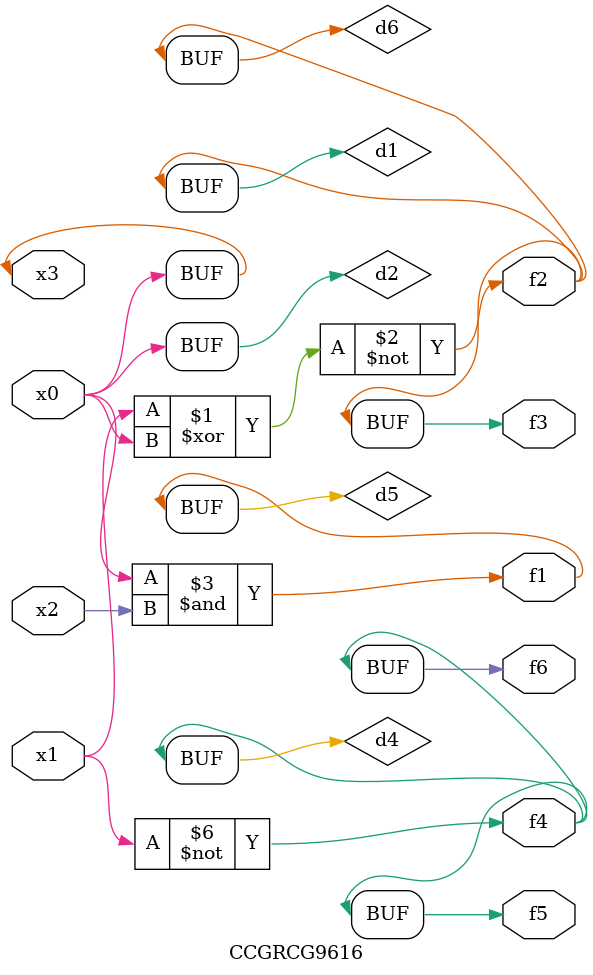
<source format=v>
module CCGRCG9616(
	input x0, x1, x2, x3,
	output f1, f2, f3, f4, f5, f6
);

	wire d1, d2, d3, d4, d5, d6;

	xnor (d1, x1, x3);
	buf (d2, x0, x3);
	nand (d3, x0, x2);
	not (d4, x1);
	nand (d5, d3);
	or (d6, d1);
	assign f1 = d5;
	assign f2 = d6;
	assign f3 = d6;
	assign f4 = d4;
	assign f5 = d4;
	assign f6 = d4;
endmodule

</source>
